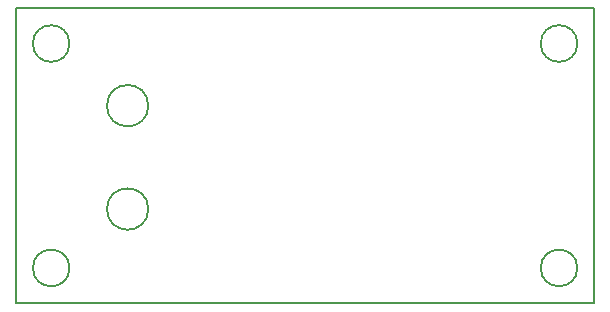
<source format=gbr>
%TF.GenerationSoftware,KiCad,Pcbnew,6.0.11-2627ca5db0~126~ubuntu20.04.1*%
%TF.CreationDate,2024-02-27T12:59:37-06:00*%
%TF.ProjectId,WaterFlowCounter,57617465-7246-46c6-9f77-436f756e7465,rev?*%
%TF.SameCoordinates,Original*%
%TF.FileFunction,Profile,NP*%
%FSLAX46Y46*%
G04 Gerber Fmt 4.6, Leading zero omitted, Abs format (unit mm)*
G04 Created by KiCad (PCBNEW 6.0.11-2627ca5db0~126~ubuntu20.04.1) date 2024-02-27 12:59:37*
%MOMM*%
%LPD*%
G01*
G04 APERTURE LIST*
%TA.AperFunction,Profile*%
%ADD10C,0.200000*%
%TD*%
G04 APERTURE END LIST*
D10*
X172550000Y-103000000D02*
G75*
G03*
X172550000Y-103000000I-1550000J0D01*
G01*
X125000000Y-100000000D02*
X174000000Y-100000000D01*
X174000000Y-100000000D02*
X174000000Y-125000000D01*
X174000000Y-125000000D02*
X125000000Y-125000000D01*
X125000000Y-125000000D02*
X125000000Y-100000000D01*
X129550000Y-122000000D02*
G75*
G03*
X129550000Y-122000000I-1550000J0D01*
G01*
X172550000Y-122000000D02*
G75*
G03*
X172550000Y-122000000I-1550000J0D01*
G01*
X129550000Y-103000000D02*
G75*
G03*
X129550000Y-103000000I-1550000J0D01*
G01*
%TO.C,J1*%
X136222600Y-117011600D02*
G75*
G03*
X136222600Y-117011600I-1750000J0D01*
G01*
X136222600Y-108261600D02*
G75*
G03*
X136222600Y-108261600I-1750000J0D01*
G01*
%TD*%
M02*

</source>
